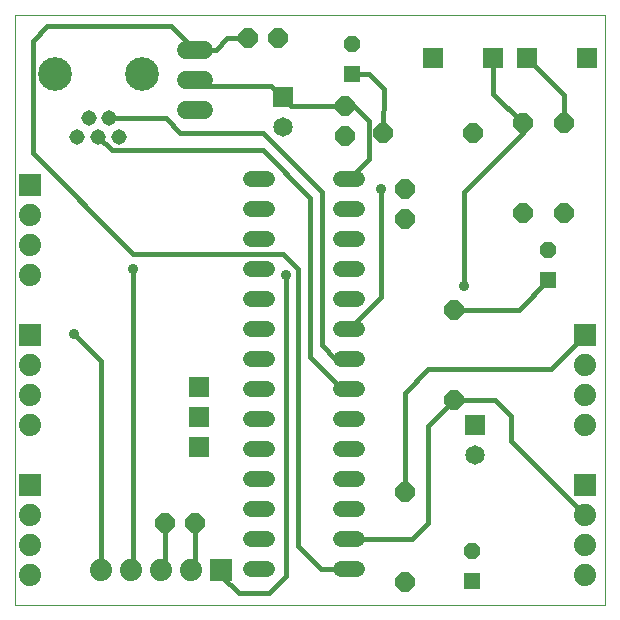
<source format=gtl>
G75*
G70*
%OFA0B0*%
%FSLAX24Y24*%
%IPPOS*%
%LPD*%
%AMOC8*
5,1,8,0,0,1.08239X$1,22.5*
%
%ADD10C,0.0000*%
%ADD11R,0.0740X0.0740*%
%ADD12C,0.0740*%
%ADD13C,0.0515*%
%ADD14C,0.1122*%
%ADD15C,0.0600*%
%ADD16R,0.0650X0.0650*%
%ADD17C,0.0650*%
%ADD18C,0.0520*%
%ADD19OC8,0.0650*%
%ADD20R,0.0650X0.0650*%
%ADD21R,0.0520X0.0520*%
%ADD22OC8,0.0520*%
%ADD23C,0.0356*%
%ADD24C,0.0160*%
D10*
X000181Y000181D02*
X019866Y000181D01*
X019866Y019866D01*
X000181Y019866D01*
X000181Y000181D01*
D11*
X000681Y004181D03*
X000681Y009181D03*
X000681Y014181D03*
X007071Y001363D03*
X019181Y004181D03*
X019181Y009181D03*
D12*
X019181Y008181D03*
X019181Y007181D03*
X019181Y006181D03*
X019181Y003181D03*
X019181Y002181D03*
X019181Y001181D03*
X006071Y001363D03*
X005071Y001363D03*
X004071Y001363D03*
X003071Y001363D03*
X000681Y001181D03*
X000681Y002181D03*
X000681Y003181D03*
X000681Y006181D03*
X000681Y007181D03*
X000681Y008181D03*
X000681Y011181D03*
X000681Y012181D03*
X000681Y013181D03*
D13*
X002269Y015794D03*
X002969Y015794D03*
X002639Y016414D03*
X003329Y016414D03*
X003639Y015794D03*
D14*
X004406Y017894D03*
X001532Y017894D03*
D15*
X005881Y017681D02*
X006481Y017681D01*
X006481Y016681D02*
X005881Y016681D01*
X005881Y018681D02*
X006481Y018681D01*
D16*
X009107Y017107D03*
X015536Y006193D03*
D17*
X015536Y005193D03*
X009107Y016107D03*
D18*
X008579Y014394D02*
X008059Y014394D01*
X008059Y013394D02*
X008579Y013394D01*
X008579Y012394D02*
X008059Y012394D01*
X008059Y011394D02*
X008579Y011394D01*
X008579Y010394D02*
X008059Y010394D01*
X008059Y009394D02*
X008579Y009394D01*
X008579Y008394D02*
X008059Y008394D01*
X008059Y007394D02*
X008579Y007394D01*
X008579Y006394D02*
X008059Y006394D01*
X008059Y005394D02*
X008579Y005394D01*
X008579Y004394D02*
X008059Y004394D01*
X008059Y003394D02*
X008579Y003394D01*
X008579Y002394D02*
X008059Y002394D01*
X008059Y001394D02*
X008579Y001394D01*
X011059Y001394D02*
X011579Y001394D01*
X011579Y002394D02*
X011059Y002394D01*
X011059Y003394D02*
X011579Y003394D01*
X011579Y004394D02*
X011059Y004394D01*
X011059Y005394D02*
X011579Y005394D01*
X011579Y006394D02*
X011059Y006394D01*
X011059Y007394D02*
X011579Y007394D01*
X011579Y008394D02*
X011059Y008394D01*
X011059Y009394D02*
X011579Y009394D01*
X011579Y010394D02*
X011059Y010394D01*
X011059Y011394D02*
X011579Y011394D01*
X011579Y012394D02*
X011059Y012394D01*
X011059Y013394D02*
X011579Y013394D01*
X011579Y014394D02*
X011059Y014394D01*
D19*
X011205Y015823D03*
X011205Y016823D03*
X012461Y015929D03*
X013174Y014067D03*
X013174Y013067D03*
X015461Y015929D03*
X017111Y016248D03*
X018473Y016248D03*
X018473Y013248D03*
X017111Y013248D03*
X014835Y010016D03*
X014835Y007016D03*
X013174Y003945D03*
X013174Y000945D03*
X006193Y002937D03*
X005193Y002937D03*
X007949Y019079D03*
X008949Y019079D03*
D20*
X014122Y018422D03*
X016122Y018422D03*
X017248Y018406D03*
X019248Y018406D03*
X006311Y007449D03*
X006311Y006449D03*
X006311Y005449D03*
D21*
X015410Y001004D03*
X017969Y011012D03*
X011429Y017878D03*
D22*
X011429Y018878D03*
X017969Y012012D03*
X015410Y002004D03*
D23*
X015142Y010811D03*
X012386Y014059D03*
X009237Y011205D03*
X004118Y011402D03*
X002150Y009237D03*
D24*
X003071Y008315D01*
X003071Y001363D01*
X004071Y001363D02*
X004118Y001410D01*
X004118Y011402D01*
X004118Y011894D02*
X000772Y015240D01*
X000772Y018981D01*
X001264Y019473D01*
X005390Y019473D01*
X006181Y018681D01*
X006177Y018685D01*
X006181Y018681D02*
X006185Y018685D01*
X006874Y018685D01*
X007268Y019079D01*
X007949Y019079D01*
X008709Y017504D02*
X006359Y017504D01*
X006181Y017681D01*
X005209Y016414D02*
X005693Y015929D01*
X008449Y015929D01*
X010418Y013961D01*
X010418Y008843D01*
X010866Y008394D01*
X011319Y008394D01*
X011319Y007394D02*
X011079Y007394D01*
X010024Y008449D01*
X010024Y013764D01*
X008449Y015339D01*
X003424Y015339D01*
X002969Y015794D01*
X003329Y016414D02*
X005209Y016414D01*
X008709Y017504D02*
X009107Y017107D01*
X009390Y016823D01*
X011205Y016823D01*
X011492Y016823D01*
X011992Y016323D01*
X011992Y015067D01*
X011319Y014394D01*
X012386Y014067D02*
X012386Y014059D01*
X012386Y010461D01*
X011319Y009394D01*
X009630Y011402D02*
X009138Y011894D01*
X004118Y011894D01*
X009237Y011205D02*
X009237Y001166D01*
X008646Y000575D01*
X007662Y000575D01*
X007071Y001166D01*
X007071Y001363D01*
X006193Y001512D02*
X006071Y001363D01*
X006193Y001512D02*
X006193Y002937D01*
X005193Y002937D02*
X005193Y001485D01*
X005071Y001363D01*
X009630Y002150D02*
X009630Y011402D01*
X013174Y007268D02*
X013961Y008055D01*
X018055Y008055D01*
X019181Y009181D01*
X017969Y011012D02*
X016981Y010024D01*
X015929Y010024D01*
X015922Y010016D01*
X014835Y010016D01*
X015142Y010811D02*
X015142Y013961D01*
X017111Y015929D01*
X017111Y016248D01*
X016122Y017237D01*
X016122Y018422D01*
X017248Y018406D02*
X018473Y017181D01*
X018473Y016248D01*
X012461Y015929D02*
X012505Y017386D01*
X011992Y017898D01*
X011449Y017898D01*
X011429Y017878D01*
X013174Y007268D02*
X013174Y003945D01*
X013961Y002937D02*
X013961Y006142D01*
X014835Y007016D01*
X016181Y007016D01*
X016717Y006481D01*
X016717Y005646D01*
X019181Y003181D01*
X013961Y002937D02*
X013418Y002394D01*
X011319Y002394D01*
X011319Y001394D02*
X010386Y001394D01*
X009630Y002150D01*
M02*

</source>
